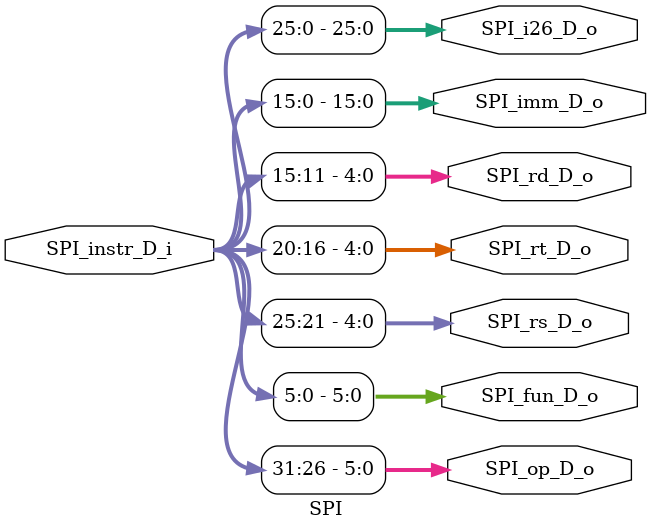
<source format=v>
`timescale 1ns / 1ps
module SPI(
    input [31:0] SPI_instr_D_i,
    output [5:0] SPI_op_D_o,
    output [5:0] SPI_fun_D_o,
    output [4:0] SPI_rs_D_o,
    output [4:0] SPI_rt_D_o,
    output [4:0] SPI_rd_D_o,
    output [15:0] SPI_imm_D_o,
	 output [25:0] SPI_i26_D_o
    ); 
		
		assign SPI_op_D_o  = SPI_instr_D_i[31:26];
		assign SPI_fun_D_o = SPI_instr_D_i[5:0];
		assign SPI_rs_D_o  = SPI_instr_D_i[25:21];
		assign SPI_rt_D_o  = SPI_instr_D_i[20:16];
		assign SPI_rd_D_o  = SPI_instr_D_i[15:11];
		assign SPI_imm_D_o = SPI_instr_D_i[15:0];
		assign SPI_i26_D_o = SPI_instr_D_i[25:0];

endmodule

</source>
